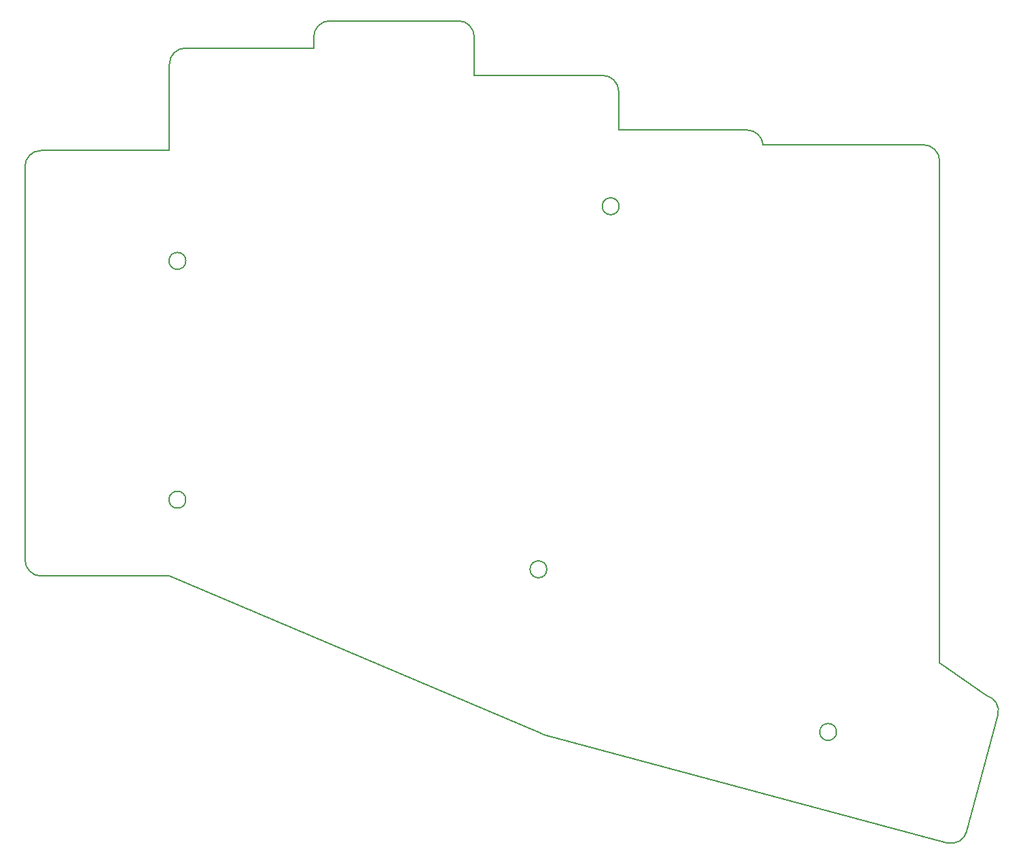
<source format=gbr>
G04 #@! TF.GenerationSoftware,KiCad,Pcbnew,5.1.5+dfsg1-2build2*
G04 #@! TF.CreationDate,2022-04-19T07:05:37+00:00*
G04 #@! TF.ProjectId,bottom_plate,626f7474-6f6d-45f7-906c-6174652e6b69,v1.0.0*
G04 #@! TF.SameCoordinates,Original*
G04 #@! TF.FileFunction,Profile,NP*
%FSLAX46Y46*%
G04 Gerber Fmt 4.6, Leading zero omitted, Abs format (unit mm)*
G04 Created by KiCad (PCBNEW 5.1.5+dfsg1-2build2) date 2022-04-19 07:05:37*
%MOMM*%
%LPD*%
G04 APERTURE LIST*
G04 #@! TA.AperFunction,Profile*
%ADD10C,0.150000*%
G04 #@! TD*
G04 APERTURE END LIST*
D10*
X10000000Y-9500000D02*
X26000000Y-9500000D01*
X8000000Y-7500000D02*
X8000000Y41500000D01*
X10000000Y-9500000D02*
G75*
G02X8000000Y-7500000I0J2000000D01*
G01*
X26000000Y43500000D02*
X10000000Y43500000D01*
X8000000Y41500000D02*
G75*
G02X10000000Y43500000I2000000J0D01*
G01*
X44000000Y56250000D02*
X28000000Y56250000D01*
X26000000Y54250000D02*
G75*
G02X28000000Y56250000I2000000J0D01*
G01*
X26000000Y54250000D02*
X26000000Y43500000D01*
X64000000Y52850000D02*
X64000000Y57650000D01*
X62000000Y59650000D02*
G75*
G02X64000000Y57650000I0J-2000000D01*
G01*
X62000000Y59650000D02*
X46000000Y59650000D01*
X44000000Y57650000D02*
G75*
G02X46000000Y59650000I2000000J0D01*
G01*
X44000000Y57650000D02*
X44000000Y56250000D01*
X82000000Y46050000D02*
X82000000Y50850000D01*
X80000000Y52850000D02*
G75*
G02X82000000Y50850000I0J-2000000D01*
G01*
X80000000Y52850000D02*
X64000000Y52850000D01*
X98000000Y46050000D02*
G75*
G02X99994367Y44200000I0J-2000000D01*
G01*
X98000000Y46050000D02*
X82000000Y46050000D01*
X72707107Y-29274745D02*
X122935250Y-42733335D01*
X72707107Y-29274745D02*
G75*
G02X72197860Y-29059141I517638J1931852D01*
G01*
X125384739Y-41319122D02*
G75*
G02X122935250Y-42733335I-1931851J517638D01*
G01*
X125384740Y-41319122D02*
X129267025Y-26830234D01*
X127852812Y-24380745D02*
G75*
G02X129267025Y-26830234I-517638J-1931851D01*
G01*
X122000000Y-20297692D02*
X127852812Y-24380745D01*
X72197860Y-29059141D02*
X26000000Y-9500000D01*
X122000000Y-20297692D02*
X122000000Y42200000D01*
X120000000Y44200000D02*
G75*
G02X122000000Y42200000I0J-2000000D01*
G01*
X120000000Y44200000D02*
X99994367Y44200000D01*
X28050000Y29750000D02*
G75*
G03X28050000Y29750000I-1050000J0D01*
G01*
X28050000Y0D02*
G75*
G03X28050000Y0I-1050000J0D01*
G01*
X82050000Y36550000D02*
G75*
G03X82050000Y36550000I-1050000J0D01*
G01*
X73050000Y-8670000D02*
G75*
G03X73050000Y-8670000I-1050000J0D01*
G01*
X109153958Y-28924179D02*
G75*
G03X109153958Y-28924179I-1050000J0D01*
G01*
M02*

</source>
